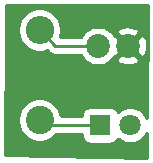
<source format=gbr>
%TF.GenerationSoftware,KiCad,Pcbnew,(5.1.6-0-10_14)*%
%TF.CreationDate,2020-08-19T10:39:03-04:00*%
%TF.ProjectId,machine_touch_led,6d616368-696e-4655-9f74-6f7563685f6c,rev?*%
%TF.SameCoordinates,Original*%
%TF.FileFunction,Copper,L1,Top*%
%TF.FilePolarity,Positive*%
%FSLAX46Y46*%
G04 Gerber Fmt 4.6, Leading zero omitted, Abs format (unit mm)*
G04 Created by KiCad (PCBNEW (5.1.6-0-10_14)) date 2020-08-19 10:39:03*
%MOMM*%
%LPD*%
G01*
G04 APERTURE LIST*
%TA.AperFunction,ComponentPad*%
%ADD10O,2.400000X2.400000*%
%TD*%
%TA.AperFunction,ComponentPad*%
%ADD11C,2.400000*%
%TD*%
%TA.AperFunction,ComponentPad*%
%ADD12C,2.020000*%
%TD*%
%TA.AperFunction,ComponentPad*%
%ADD13C,1.800000*%
%TD*%
%TA.AperFunction,ComponentPad*%
%ADD14R,1.800000X1.800000*%
%TD*%
%TA.AperFunction,Conductor*%
%ADD15C,0.250000*%
%TD*%
%TA.AperFunction,Conductor*%
%ADD16C,0.254000*%
%TD*%
G04 APERTURE END LIST*
D10*
%TO.P,R1,2*%
%TO.N,VCC*%
X13512800Y2603500D03*
D11*
%TO.P,R1,1*%
%TO.N,Net-(D1-Pad1)*%
X13512800Y-5016500D03*
%TD*%
D12*
%TO.P,J1,2*%
%TO.N,GND*%
X20983600Y1259000D03*
%TO.P,J1,1*%
%TO.N,VCC*%
X18443600Y1259000D03*
%TD*%
D13*
%TO.P,D1,2*%
%TO.N,Net-(D1-Pad2)*%
X21183600Y-5461000D03*
D14*
%TO.P,D1,1*%
%TO.N,Net-(D1-Pad1)*%
X18643600Y-5461000D03*
%TD*%
D15*
%TO.N,Net-(D1-Pad1)*%
X13957300Y-5461000D02*
X13512800Y-5016500D01*
X18643600Y-5461000D02*
X13957300Y-5461000D01*
%TO.N,VCC*%
X14857300Y1259000D02*
X13512800Y2603500D01*
X18443600Y1259000D02*
X14857300Y1259000D01*
%TD*%
D16*
%TO.N,GND*%
G36*
X22596800Y-4861618D02*
G01*
X22543899Y-4733905D01*
X22375912Y-4482495D01*
X22162105Y-4268688D01*
X21910695Y-4100701D01*
X21631343Y-3984989D01*
X21334784Y-3926000D01*
X21032416Y-3926000D01*
X20735857Y-3984989D01*
X20456505Y-4100701D01*
X20205095Y-4268688D01*
X20138656Y-4335127D01*
X20133102Y-4316820D01*
X20074137Y-4206506D01*
X19994785Y-4109815D01*
X19898094Y-4030463D01*
X19787780Y-3971498D01*
X19668082Y-3935188D01*
X19543600Y-3922928D01*
X17743600Y-3922928D01*
X17619118Y-3935188D01*
X17499420Y-3971498D01*
X17389106Y-4030463D01*
X17292415Y-4109815D01*
X17213063Y-4206506D01*
X17154098Y-4316820D01*
X17117788Y-4436518D01*
X17105528Y-4561000D01*
X17105528Y-4701000D01*
X15320993Y-4701000D01*
X15277282Y-4481250D01*
X15138956Y-4147301D01*
X14938138Y-3846756D01*
X14682544Y-3591162D01*
X14381999Y-3390344D01*
X14048050Y-3252018D01*
X13693532Y-3181500D01*
X13332068Y-3181500D01*
X12977550Y-3252018D01*
X12643601Y-3390344D01*
X12343056Y-3591162D01*
X12087462Y-3846756D01*
X11886644Y-4147301D01*
X11748318Y-4481250D01*
X11677800Y-4835768D01*
X11677800Y-5197232D01*
X11748318Y-5551750D01*
X11886644Y-5885699D01*
X12087462Y-6186244D01*
X12343056Y-6441838D01*
X12643601Y-6642656D01*
X12977550Y-6780982D01*
X13332068Y-6851500D01*
X13693532Y-6851500D01*
X14048050Y-6780982D01*
X14381999Y-6642656D01*
X14682544Y-6441838D01*
X14903382Y-6221000D01*
X17105528Y-6221000D01*
X17105528Y-6361000D01*
X17117788Y-6485482D01*
X17154098Y-6605180D01*
X17213063Y-6715494D01*
X17292415Y-6812185D01*
X17389106Y-6891537D01*
X17499420Y-6950502D01*
X17619118Y-6986812D01*
X17743600Y-6999072D01*
X19543600Y-6999072D01*
X19668082Y-6986812D01*
X19787780Y-6950502D01*
X19898094Y-6891537D01*
X19994785Y-6812185D01*
X20074137Y-6715494D01*
X20133102Y-6605180D01*
X20138656Y-6586873D01*
X20205095Y-6653312D01*
X20456505Y-6821299D01*
X20735857Y-6937011D01*
X21032416Y-6996000D01*
X21334784Y-6996000D01*
X21631343Y-6937011D01*
X21910695Y-6821299D01*
X22162105Y-6653312D01*
X22375912Y-6439505D01*
X22543899Y-6188095D01*
X22588111Y-6081359D01*
X22573071Y-8192601D01*
X10595537Y-7975244D01*
X10664005Y2784232D01*
X11677800Y2784232D01*
X11677800Y2422768D01*
X11748318Y2068250D01*
X11886644Y1734301D01*
X12087462Y1433756D01*
X12343056Y1178162D01*
X12643601Y977344D01*
X12977550Y839018D01*
X13332068Y768500D01*
X13693532Y768500D01*
X14048050Y839018D01*
X14157249Y884249D01*
X14293501Y747997D01*
X14317299Y718999D01*
X14346297Y695201D01*
X14433023Y624026D01*
X14535179Y569422D01*
X14565053Y553454D01*
X14708314Y509997D01*
X14819967Y499000D01*
X14819976Y499000D01*
X14857299Y495324D01*
X14894622Y499000D01*
X16977868Y499000D01*
X16985820Y479801D01*
X17165845Y210374D01*
X17394974Y-18755D01*
X17664401Y-198780D01*
X17963771Y-322783D01*
X18281582Y-386000D01*
X18605618Y-386000D01*
X18923429Y-322783D01*
X19222799Y-198780D01*
X19492226Y-18755D01*
X19627436Y116455D01*
X20020661Y116455D01*
X20117632Y-148968D01*
X20408953Y-290856D01*
X20722357Y-373185D01*
X21045800Y-392789D01*
X21366853Y-348916D01*
X21673178Y-243251D01*
X21849568Y-148968D01*
X21946539Y116455D01*
X20983600Y1079395D01*
X20020661Y116455D01*
X19627436Y116455D01*
X19721355Y210374D01*
X19790862Y314399D01*
X19841055Y296061D01*
X20803995Y1259000D01*
X21163205Y1259000D01*
X22126145Y296061D01*
X22391568Y393032D01*
X22533456Y684353D01*
X22615785Y997757D01*
X22635389Y1321200D01*
X22591516Y1642253D01*
X22485851Y1948578D01*
X22391568Y2124968D01*
X22126145Y2221939D01*
X21163205Y1259000D01*
X20803995Y1259000D01*
X19841055Y2221939D01*
X19790862Y2203601D01*
X19721355Y2307626D01*
X19627436Y2401545D01*
X20020661Y2401545D01*
X20983600Y1438605D01*
X21946539Y2401545D01*
X21849568Y2666968D01*
X21558247Y2808856D01*
X21244843Y2891185D01*
X20921400Y2910789D01*
X20600347Y2866916D01*
X20294022Y2761251D01*
X20117632Y2666968D01*
X20020661Y2401545D01*
X19627436Y2401545D01*
X19492226Y2536755D01*
X19222799Y2716780D01*
X18923429Y2840783D01*
X18605618Y2904000D01*
X18281582Y2904000D01*
X17963771Y2840783D01*
X17664401Y2716780D01*
X17394974Y2536755D01*
X17165845Y2307626D01*
X16985820Y2038199D01*
X16977868Y2019000D01*
X15256882Y2019000D01*
X15277282Y2068250D01*
X15347800Y2422768D01*
X15347800Y2784232D01*
X15277282Y3138750D01*
X15138956Y3472699D01*
X14938138Y3773244D01*
X14682544Y4028838D01*
X14381999Y4229656D01*
X14048050Y4367982D01*
X13693532Y4438500D01*
X13332068Y4438500D01*
X12977550Y4367982D01*
X12643601Y4229656D01*
X12343056Y4028838D01*
X12087462Y3773244D01*
X11886644Y3472699D01*
X11748318Y3138750D01*
X11677800Y2784232D01*
X10664005Y2784232D01*
X10676128Y4689199D01*
X22665164Y4734959D01*
X22596800Y-4861618D01*
G37*
X22596800Y-4861618D02*
X22543899Y-4733905D01*
X22375912Y-4482495D01*
X22162105Y-4268688D01*
X21910695Y-4100701D01*
X21631343Y-3984989D01*
X21334784Y-3926000D01*
X21032416Y-3926000D01*
X20735857Y-3984989D01*
X20456505Y-4100701D01*
X20205095Y-4268688D01*
X20138656Y-4335127D01*
X20133102Y-4316820D01*
X20074137Y-4206506D01*
X19994785Y-4109815D01*
X19898094Y-4030463D01*
X19787780Y-3971498D01*
X19668082Y-3935188D01*
X19543600Y-3922928D01*
X17743600Y-3922928D01*
X17619118Y-3935188D01*
X17499420Y-3971498D01*
X17389106Y-4030463D01*
X17292415Y-4109815D01*
X17213063Y-4206506D01*
X17154098Y-4316820D01*
X17117788Y-4436518D01*
X17105528Y-4561000D01*
X17105528Y-4701000D01*
X15320993Y-4701000D01*
X15277282Y-4481250D01*
X15138956Y-4147301D01*
X14938138Y-3846756D01*
X14682544Y-3591162D01*
X14381999Y-3390344D01*
X14048050Y-3252018D01*
X13693532Y-3181500D01*
X13332068Y-3181500D01*
X12977550Y-3252018D01*
X12643601Y-3390344D01*
X12343056Y-3591162D01*
X12087462Y-3846756D01*
X11886644Y-4147301D01*
X11748318Y-4481250D01*
X11677800Y-4835768D01*
X11677800Y-5197232D01*
X11748318Y-5551750D01*
X11886644Y-5885699D01*
X12087462Y-6186244D01*
X12343056Y-6441838D01*
X12643601Y-6642656D01*
X12977550Y-6780982D01*
X13332068Y-6851500D01*
X13693532Y-6851500D01*
X14048050Y-6780982D01*
X14381999Y-6642656D01*
X14682544Y-6441838D01*
X14903382Y-6221000D01*
X17105528Y-6221000D01*
X17105528Y-6361000D01*
X17117788Y-6485482D01*
X17154098Y-6605180D01*
X17213063Y-6715494D01*
X17292415Y-6812185D01*
X17389106Y-6891537D01*
X17499420Y-6950502D01*
X17619118Y-6986812D01*
X17743600Y-6999072D01*
X19543600Y-6999072D01*
X19668082Y-6986812D01*
X19787780Y-6950502D01*
X19898094Y-6891537D01*
X19994785Y-6812185D01*
X20074137Y-6715494D01*
X20133102Y-6605180D01*
X20138656Y-6586873D01*
X20205095Y-6653312D01*
X20456505Y-6821299D01*
X20735857Y-6937011D01*
X21032416Y-6996000D01*
X21334784Y-6996000D01*
X21631343Y-6937011D01*
X21910695Y-6821299D01*
X22162105Y-6653312D01*
X22375912Y-6439505D01*
X22543899Y-6188095D01*
X22588111Y-6081359D01*
X22573071Y-8192601D01*
X10595537Y-7975244D01*
X10664005Y2784232D01*
X11677800Y2784232D01*
X11677800Y2422768D01*
X11748318Y2068250D01*
X11886644Y1734301D01*
X12087462Y1433756D01*
X12343056Y1178162D01*
X12643601Y977344D01*
X12977550Y839018D01*
X13332068Y768500D01*
X13693532Y768500D01*
X14048050Y839018D01*
X14157249Y884249D01*
X14293501Y747997D01*
X14317299Y718999D01*
X14346297Y695201D01*
X14433023Y624026D01*
X14535179Y569422D01*
X14565053Y553454D01*
X14708314Y509997D01*
X14819967Y499000D01*
X14819976Y499000D01*
X14857299Y495324D01*
X14894622Y499000D01*
X16977868Y499000D01*
X16985820Y479801D01*
X17165845Y210374D01*
X17394974Y-18755D01*
X17664401Y-198780D01*
X17963771Y-322783D01*
X18281582Y-386000D01*
X18605618Y-386000D01*
X18923429Y-322783D01*
X19222799Y-198780D01*
X19492226Y-18755D01*
X19627436Y116455D01*
X20020661Y116455D01*
X20117632Y-148968D01*
X20408953Y-290856D01*
X20722357Y-373185D01*
X21045800Y-392789D01*
X21366853Y-348916D01*
X21673178Y-243251D01*
X21849568Y-148968D01*
X21946539Y116455D01*
X20983600Y1079395D01*
X20020661Y116455D01*
X19627436Y116455D01*
X19721355Y210374D01*
X19790862Y314399D01*
X19841055Y296061D01*
X20803995Y1259000D01*
X21163205Y1259000D01*
X22126145Y296061D01*
X22391568Y393032D01*
X22533456Y684353D01*
X22615785Y997757D01*
X22635389Y1321200D01*
X22591516Y1642253D01*
X22485851Y1948578D01*
X22391568Y2124968D01*
X22126145Y2221939D01*
X21163205Y1259000D01*
X20803995Y1259000D01*
X19841055Y2221939D01*
X19790862Y2203601D01*
X19721355Y2307626D01*
X19627436Y2401545D01*
X20020661Y2401545D01*
X20983600Y1438605D01*
X21946539Y2401545D01*
X21849568Y2666968D01*
X21558247Y2808856D01*
X21244843Y2891185D01*
X20921400Y2910789D01*
X20600347Y2866916D01*
X20294022Y2761251D01*
X20117632Y2666968D01*
X20020661Y2401545D01*
X19627436Y2401545D01*
X19492226Y2536755D01*
X19222799Y2716780D01*
X18923429Y2840783D01*
X18605618Y2904000D01*
X18281582Y2904000D01*
X17963771Y2840783D01*
X17664401Y2716780D01*
X17394974Y2536755D01*
X17165845Y2307626D01*
X16985820Y2038199D01*
X16977868Y2019000D01*
X15256882Y2019000D01*
X15277282Y2068250D01*
X15347800Y2422768D01*
X15347800Y2784232D01*
X15277282Y3138750D01*
X15138956Y3472699D01*
X14938138Y3773244D01*
X14682544Y4028838D01*
X14381999Y4229656D01*
X14048050Y4367982D01*
X13693532Y4438500D01*
X13332068Y4438500D01*
X12977550Y4367982D01*
X12643601Y4229656D01*
X12343056Y4028838D01*
X12087462Y3773244D01*
X11886644Y3472699D01*
X11748318Y3138750D01*
X11677800Y2784232D01*
X10664005Y2784232D01*
X10676128Y4689199D01*
X22665164Y4734959D01*
X22596800Y-4861618D01*
%TD*%
M02*

</source>
